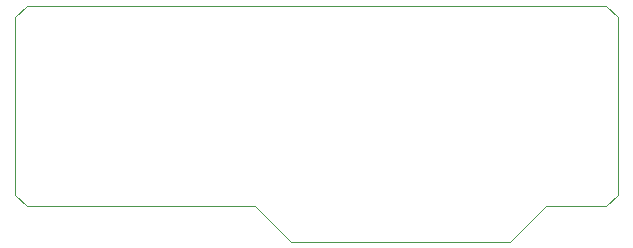
<source format=gbr>
G04 #@! TF.GenerationSoftware,KiCad,Pcbnew,(5.1.5)-3*
G04 #@! TF.CreationDate,2020-02-28T15:02:10-07:00*
G04 #@! TF.ProjectId,Straightener01,53747261-6967-4687-9465-6e657230312e,rev?*
G04 #@! TF.SameCoordinates,Original*
G04 #@! TF.FileFunction,Profile,NP*
%FSLAX46Y46*%
G04 Gerber Fmt 4.6, Leading zero omitted, Abs format (unit mm)*
G04 Created by KiCad (PCBNEW (5.1.5)-3) date 2020-02-28 15:02:10*
%MOMM*%
%LPD*%
G04 APERTURE LIST*
%ADD10C,0.050000*%
G04 APERTURE END LIST*
D10*
X103000000Y-110000000D02*
X102000000Y-109000000D01*
X102000000Y-94000000D02*
X103000000Y-93000000D01*
X152000000Y-93000000D02*
X153000000Y-94000000D01*
X152000000Y-110000000D02*
X153000000Y-109000000D01*
X143900000Y-113000000D02*
X146900000Y-110000000D01*
X125300000Y-113000000D02*
X122300000Y-110000000D01*
X143900000Y-113000000D02*
X125300000Y-113000000D01*
X122300000Y-110000000D02*
X103000000Y-110000000D01*
X152000000Y-110000000D02*
X146900000Y-110000000D01*
X153000000Y-94000000D02*
X153000000Y-109000000D01*
X103000000Y-93000000D02*
X152000000Y-93000000D01*
X102000000Y-109000000D02*
X102000000Y-94000000D01*
M02*

</source>
